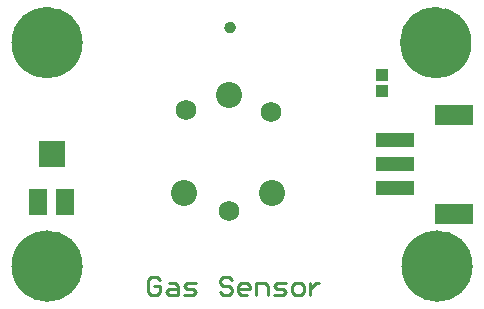
<source format=gts>
%FSLAX23Y23*%
%MOIN*%
G70*
G01*
G75*
G04 Layer_Color=8388736*
%ADD10R,0.035X0.031*%
%ADD11R,0.079X0.079*%
%ADD12R,0.051X0.079*%
%ADD13R,0.118X0.039*%
%ADD14R,0.118X0.059*%
%ADD15C,0.010*%
%ADD16C,0.079*%
%ADD17C,0.060*%
%ADD18C,0.039*%
%ADD19C,0.236*%
%ADD20C,0.004*%
%ADD21C,0.000*%
%ADD22C,0.000*%
%ADD23C,0.059*%
%ADD24C,0.020*%
%ADD25R,0.043X0.039*%
%ADD26R,0.087X0.087*%
%ADD27R,0.059X0.087*%
%ADD28R,0.126X0.047*%
%ADD29R,0.126X0.067*%
%ADD30C,0.087*%
%ADD31C,0.068*%
D15*
X535Y120D02*
X525Y130D01*
X505D01*
X495Y120D01*
Y80D01*
X505Y70D01*
X525D01*
X535Y80D01*
Y100D01*
X515D01*
X565Y110D02*
X585D01*
X595Y100D01*
Y70D01*
X565D01*
X555Y80D01*
X565Y90D01*
X595D01*
X615Y70D02*
X645D01*
X655Y80D01*
X645Y90D01*
X625D01*
X615Y100D01*
X625Y110D01*
X655D01*
X775Y120D02*
X765Y130D01*
X745D01*
X735Y120D01*
Y110D01*
X745Y100D01*
X765D01*
X775Y90D01*
Y80D01*
X765Y70D01*
X745D01*
X735Y80D01*
X825Y70D02*
X805D01*
X795Y80D01*
Y100D01*
X805Y110D01*
X825D01*
X835Y100D01*
Y90D01*
X795D01*
X855Y70D02*
Y110D01*
X885D01*
X895Y100D01*
Y70D01*
X915D02*
X945D01*
X955Y80D01*
X945Y90D01*
X925D01*
X915Y100D01*
X925Y110D01*
X955D01*
X985Y70D02*
X1005D01*
X1015Y80D01*
Y100D01*
X1005Y110D01*
X985D01*
X975Y100D01*
Y80D01*
X985Y70D01*
X1035Y110D02*
Y70D01*
Y90D01*
X1045Y100D01*
X1055Y110D01*
X1065D01*
D18*
X1397Y228D02*
D03*
X1523D02*
D03*
X1460Y254D02*
D03*
X1371Y165D02*
D03*
X1397Y102D02*
D03*
X1460Y76D02*
D03*
X1523Y102D02*
D03*
X1549Y165D02*
D03*
X1544Y910D02*
D03*
X1518Y847D02*
D03*
X1455Y821D02*
D03*
X1392Y847D02*
D03*
X1366Y910D02*
D03*
X1455Y999D02*
D03*
X1518Y973D02*
D03*
X1392D02*
D03*
X97Y228D02*
D03*
X223D02*
D03*
X160Y254D02*
D03*
X71Y165D02*
D03*
X97Y102D02*
D03*
X160Y76D02*
D03*
X223Y102D02*
D03*
X249Y165D02*
D03*
Y910D02*
D03*
X223Y847D02*
D03*
X160Y821D02*
D03*
X97Y847D02*
D03*
X71Y910D02*
D03*
X160Y999D02*
D03*
X223Y973D02*
D03*
X97D02*
D03*
D19*
X1460Y165D02*
D03*
X1455Y910D02*
D03*
X160Y165D02*
D03*
Y910D02*
D03*
D23*
X1549Y165D02*
G03*
X1549Y165I-89J0D01*
G01*
X1544Y910D02*
G03*
X1544Y910I-89J0D01*
G01*
X249Y165D02*
G03*
X249Y165I-89J0D01*
G01*
Y910D02*
G03*
X249Y910I-89J0D01*
G01*
D24*
X780Y960D02*
G03*
X780Y960I-10J0D01*
G01*
D25*
X1275Y747D02*
D03*
Y803D02*
D03*
D26*
X175Y537D02*
D03*
D27*
X221Y380D02*
D03*
X130D02*
D03*
D28*
X1320Y584D02*
D03*
Y505D02*
D03*
Y426D02*
D03*
Y584D02*
D03*
D29*
X1517Y670D02*
D03*
Y340D02*
D03*
D30*
X909Y410D02*
D03*
X616Y409D02*
D03*
X767Y735D02*
D03*
D31*
X766Y350D02*
D03*
X907Y678D02*
D03*
X623Y685D02*
D03*
M02*

</source>
